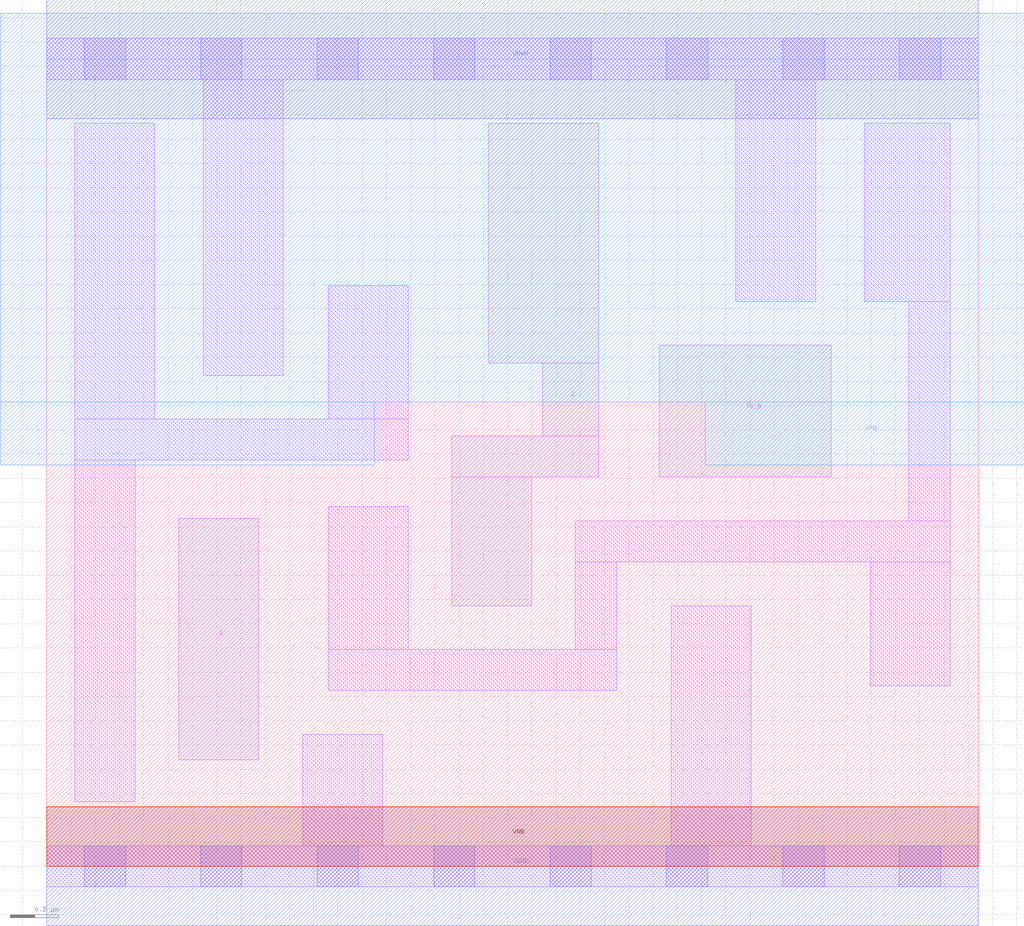
<source format=lef>
# Copyright 2020 The SkyWater PDK Authors
#
# Licensed under the Apache License, Version 2.0 (the "License");
# you may not use this file except in compliance with the License.
# You may obtain a copy of the License at
#
#     https://www.apache.org/licenses/LICENSE-2.0
#
# Unless required by applicable law or agreed to in writing, software
# distributed under the License is distributed on an "AS IS" BASIS,
# WITHOUT WARRANTIES OR CONDITIONS OF ANY KIND, either express or implied.
# See the License for the specific language governing permissions and
# limitations under the License.
#
# SPDX-License-Identifier: Apache-2.0

VERSION 5.7 ;
  NOWIREEXTENSIONATPIN ON ;
  DIVIDERCHAR "/" ;
  BUSBITCHARS "[]" ;
MACRO sky130_fd_sc_lp__ebufn_lp2
  CLASS CORE ;
  FOREIGN sky130_fd_sc_lp__ebufn_lp2 ;
  ORIGIN  0.000000  0.000000 ;
  SIZE  3.840000 BY  3.330000 ;
  SYMMETRY X Y R90 ;
  SITE unit ;
  PIN A
    ANTENNAGATEAREA  0.376000 ;
    DIRECTION INPUT ;
    USE SIGNAL ;
    PORT
      LAYER li1 ;
        RECT 0.545000 0.440000 0.875000 1.435000 ;
    END
  END A
  PIN TE_B
    ANTENNAGATEAREA  0.626000 ;
    DIRECTION INPUT ;
    USE SIGNAL ;
    PORT
      LAYER li1 ;
        RECT 2.525000 1.605000 3.235000 2.150000 ;
    END
  END TE_B
  PIN Z
    ANTENNADIFFAREA  0.404700 ;
    DIRECTION OUTPUT ;
    USE SIGNAL ;
    PORT
      LAYER li1 ;
        RECT 1.670000 1.075000 2.000000 1.605000 ;
        RECT 1.670000 1.605000 2.275000 1.775000 ;
        RECT 1.820000 2.075000 2.275000 3.065000 ;
        RECT 2.045000 1.775000 2.275000 2.075000 ;
    END
  END Z
  PIN VGND
    DIRECTION INOUT ;
    USE GROUND ;
    PORT
      LAYER met1 ;
        RECT 0.000000 -0.245000 3.840000 0.245000 ;
    END
  END VGND
  PIN VNB
    DIRECTION INOUT ;
    USE GROUND ;
    PORT
      LAYER pwell ;
        RECT 0.000000 0.000000 3.840000 0.245000 ;
    END
  END VNB
  PIN VPB
    DIRECTION INOUT ;
    USE POWER ;
    PORT
      LAYER nwell ;
        RECT -0.190000 1.655000 1.350000 1.915000 ;
        RECT -0.190000 1.915000 4.030000 3.520000 ;
        RECT  2.715000 1.655000 4.030000 1.915000 ;
    END
  END VPB
  PIN VPWR
    DIRECTION INOUT ;
    USE POWER ;
    PORT
      LAYER met1 ;
        RECT 0.000000 3.085000 3.840000 3.575000 ;
    END
  END VPWR
  OBS
    LAYER li1 ;
      RECT 0.000000 -0.085000 3.840000 0.085000 ;
      RECT 0.000000  3.245000 3.840000 3.415000 ;
      RECT 0.115000  0.265000 0.365000 1.675000 ;
      RECT 0.115000  1.675000 1.490000 1.845000 ;
      RECT 0.115000  1.845000 0.445000 3.065000 ;
      RECT 0.645000  2.025000 0.975000 3.245000 ;
      RECT 1.055000  0.085000 1.385000 0.545000 ;
      RECT 1.160000  0.725000 2.350000 0.895000 ;
      RECT 1.160000  0.895000 1.490000 1.485000 ;
      RECT 1.160000  1.845000 1.490000 2.395000 ;
      RECT 2.180000  0.895000 2.350000 1.255000 ;
      RECT 2.180000  1.255000 3.725000 1.425000 ;
      RECT 2.575000  0.085000 2.905000 1.075000 ;
      RECT 2.840000  2.330000 3.170000 3.245000 ;
      RECT 3.370000  2.330000 3.725000 3.065000 ;
      RECT 3.395000  0.745000 3.725000 1.255000 ;
      RECT 3.555000  1.425000 3.725000 2.330000 ;
    LAYER mcon ;
      RECT 0.155000 -0.085000 0.325000 0.085000 ;
      RECT 0.155000  3.245000 0.325000 3.415000 ;
      RECT 0.635000 -0.085000 0.805000 0.085000 ;
      RECT 0.635000  3.245000 0.805000 3.415000 ;
      RECT 1.115000 -0.085000 1.285000 0.085000 ;
      RECT 1.115000  3.245000 1.285000 3.415000 ;
      RECT 1.595000 -0.085000 1.765000 0.085000 ;
      RECT 1.595000  3.245000 1.765000 3.415000 ;
      RECT 2.075000 -0.085000 2.245000 0.085000 ;
      RECT 2.075000  3.245000 2.245000 3.415000 ;
      RECT 2.555000 -0.085000 2.725000 0.085000 ;
      RECT 2.555000  3.245000 2.725000 3.415000 ;
      RECT 3.035000 -0.085000 3.205000 0.085000 ;
      RECT 3.035000  3.245000 3.205000 3.415000 ;
      RECT 3.515000 -0.085000 3.685000 0.085000 ;
      RECT 3.515000  3.245000 3.685000 3.415000 ;
  END
END sky130_fd_sc_lp__ebufn_lp2
END LIBRARY

</source>
